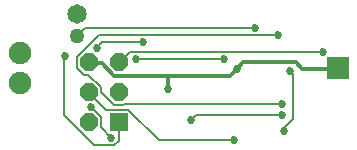
<source format=gbl>
G75*
%MOIN*%
%OFA0B0*%
%FSLAX25Y25*%
%IPPOS*%
%LPD*%
%AMOC8*
5,1,8,0,0,1.08239X$1,22.5*
%
%ADD10R,0.07500X0.07500*%
%ADD11C,0.07500*%
%ADD12C,0.06500*%
%ADD13C,0.05000*%
%ADD14R,0.05906X0.05906*%
%ADD15OC8,0.05906*%
%ADD16C,0.01200*%
%ADD17C,0.02700*%
%ADD18C,0.00800*%
D10*
X0112750Y0040250D03*
D11*
X0006750Y0035250D03*
X0006750Y0045250D03*
D12*
X0025900Y0058545D03*
D13*
X0025900Y0051065D03*
D14*
X0039750Y0022250D03*
D15*
X0039750Y0032250D03*
X0029750Y0032250D03*
X0029750Y0022250D03*
X0029750Y0042250D03*
X0039750Y0042250D03*
D16*
X0038300Y0037750D02*
X0056150Y0037750D01*
X0056150Y0033350D01*
X0056250Y0033250D01*
X0056150Y0037750D02*
X0076800Y0037750D01*
X0079250Y0040200D01*
X0081300Y0042250D01*
X0098750Y0042250D01*
X0100800Y0040200D01*
X0112500Y0040200D01*
X0112750Y0040250D01*
X0038300Y0037750D02*
X0034100Y0041950D01*
X0029900Y0041950D01*
X0029750Y0042250D01*
D17*
X0032350Y0047200D03*
X0021750Y0044250D03*
X0030600Y0027250D03*
X0037250Y0017100D03*
X0056250Y0033250D03*
X0063850Y0023050D03*
X0078200Y0016400D03*
X0094300Y0024800D03*
X0094300Y0028300D03*
X0094750Y0019250D03*
X0096750Y0039250D03*
X0107950Y0045800D03*
X0092900Y0051400D03*
X0085200Y0053850D03*
X0074700Y0043350D03*
X0079250Y0040200D03*
X0047750Y0048950D03*
X0045650Y0043350D03*
D18*
X0021500Y0044000D02*
X0021500Y0024800D01*
X0031650Y0014650D01*
X0038300Y0014650D01*
X0039700Y0016050D01*
X0039700Y0022000D01*
X0039750Y0022250D01*
X0042850Y0026550D02*
X0035500Y0026550D01*
X0029900Y0032150D01*
X0029750Y0032250D01*
X0033750Y0032500D02*
X0033750Y0033900D01*
X0029550Y0038100D01*
X0028150Y0038100D01*
X0025700Y0040550D01*
X0025700Y0044050D01*
X0033050Y0051400D01*
X0092900Y0051400D01*
X0085200Y0053850D02*
X0028500Y0053850D01*
X0026050Y0051400D01*
X0025900Y0051065D01*
X0032350Y0047200D02*
X0034100Y0048950D01*
X0047750Y0048950D01*
X0043550Y0045800D02*
X0040050Y0042300D01*
X0039750Y0042250D01*
X0043550Y0045800D02*
X0107950Y0045800D01*
X0097750Y0038250D02*
X0096750Y0039250D01*
X0097750Y0038250D02*
X0097750Y0023250D01*
X0094750Y0020250D01*
X0094750Y0019250D01*
X0094300Y0024800D02*
X0065600Y0024800D01*
X0063850Y0023050D01*
X0053000Y0016400D02*
X0042850Y0026550D01*
X0041100Y0027950D02*
X0038300Y0027950D01*
X0033750Y0032500D01*
X0030600Y0027250D02*
X0033750Y0024100D01*
X0033750Y0020600D01*
X0037250Y0017100D01*
X0041100Y0027950D02*
X0041450Y0028300D01*
X0094300Y0028300D01*
X0078200Y0016400D02*
X0053000Y0016400D01*
X0045650Y0043350D02*
X0074700Y0043350D01*
X0021750Y0044250D02*
X0021500Y0044000D01*
M02*

</source>
